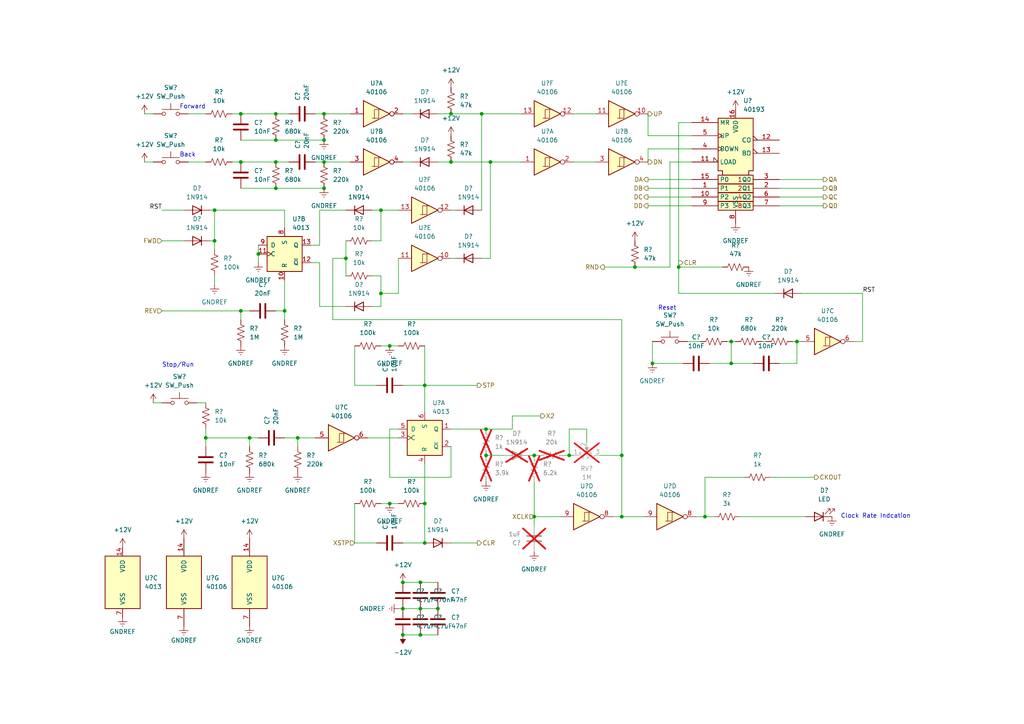
<source format=kicad_sch>
(kicad_sch (version 20230121) (generator eeschema)
  (paper "A4")
  (junction (at 110.49 60.96))
  (junction (at 189.23 105.41))
  (junction (at 140.97 132.08))
  (junction (at 72.39 127))
  (junction (at 62.23 60.96))
  (junction (at 140.97 124.46))
  (junction (at 80.01 40.64))
  (junction (at 231.14 99.06))
  (junction (at 127 176.53))
  (junction (at 212.09 99.06))
  (junction (at 80.01 33.02))
  (junction (at 142.24 46.99))
  (junction (at 196.85 77.47))
  (junction (at 113.03 146.05))
  (junction (at 93.98 40.64))
  (junction (at 130.81 46.99))
  (junction (at 204.47 149.86))
  (junction (at 184.15 77.47))
  (junction (at 123.19 146.05))
  (junction (at 212.09 105.41))
  (junction (at 180.34 132.08))
  (junction (at 121.92 176.53))
  (junction (at 154.94 132.08))
  (junction (at 86.36 127))
  (junction (at 110.49 85.09))
  (junction (at 69.85 46.99))
  (junction (at 130.81 33.02))
  (junction (at 121.92 168.91))
  (junction (at 113.03 100.33))
  (junction (at 123.19 111.76))
  (junction (at 59.69 127))
  (junction (at 69.85 90.17))
  (junction (at 93.98 54.61))
  (junction (at 116.84 168.91))
  (junction (at 116.84 176.53))
  (junction (at 121.92 184.15))
  (junction (at 165.1 132.08))
  (junction (at 139.7 33.02))
  (junction (at 62.23 69.85))
  (junction (at 100.33 74.93))
  (junction (at 82.55 90.17))
  (junction (at 154.94 149.86))
  (junction (at 74.93 73.66))
  (junction (at 69.85 33.02))
  (junction (at 116.84 184.15))
  (junction (at 93.98 46.99))
  (junction (at 80.01 54.61))
  (junction (at 180.34 149.86))
  (junction (at 93.98 33.02))
  (junction (at 123.19 157.48))
  (junction (at 80.01 46.99))
  (wire (pts (xy 200.66 35.56) (xy 196.85 35.56)))
  (wire (pts (xy 107.95 60.96) (xy 110.49 60.96)))
  (wire (pts (xy 165.1 124.46) (xy 165.1 132.08)))
  (wire (pts (xy 109.22 157.48) (xy 102.87 157.48)))
  (wire (pts (xy 116.84 157.48) (xy 123.19 157.48)))
  (wire (pts (xy 113.03 138.43) (xy 130.81 138.43)))
  (wire (pts (xy 250.19 99.06) (xy 247.65 99.06)))
  (wire (pts (xy 187.96 46.99) (xy 187.96 43.18)))
  (wire (pts (xy 154.94 132.08) (xy 153.67 132.08)))
  (wire (pts (xy 96.52 74.93) (xy 96.52 92.71)))
  (wire (pts (xy 80.01 90.17) (xy 82.55 90.17)))
  (wire (pts (xy 82.55 66.04) (xy 82.55 60.96)))
  (wire (pts (xy 59.69 127) (xy 72.39 127)))
  (wire (pts (xy 173.99 132.08) (xy 180.34 132.08)))
  (wire (pts (xy 212.09 99.06) (xy 213.36 99.06)))
  (wire (pts (xy 205.74 105.41) (xy 212.09 105.41)))
  (wire (pts (xy 115.57 74.93) (xy 115.57 85.09)))
  (wire (pts (xy 113.03 100.33) (xy 110.49 100.33)))
  (wire (pts (xy 130.81 138.43) (xy 130.81 129.54)))
  (wire (pts (xy 69.85 92.71) (xy 69.85 90.17)))
  (wire (pts (xy 110.49 85.09) (xy 110.49 88.9)))
  (wire (pts (xy 201.93 149.86) (xy 204.47 149.86)))
  (wire (pts (xy 102.87 111.76) (xy 102.87 100.33)))
  (wire (pts (xy 180.34 132.08) (xy 180.34 92.71)))
  (wire (pts (xy 57.15 116.84) (xy 59.69 116.84)))
  (wire (pts (xy 226.06 59.69) (xy 238.76 59.69)))
  (wire (pts (xy 123.19 111.76) (xy 138.43 111.76)))
  (wire (pts (xy 250.19 85.09) (xy 250.19 99.06)))
  (wire (pts (xy 46.99 69.85) (xy 53.34 69.85)))
  (wire (pts (xy 116.84 176.53) (xy 121.92 176.53)))
  (wire (pts (xy 163.83 132.08) (xy 165.1 132.08)))
  (wire (pts (xy 148.59 124.46) (xy 148.59 120.65)))
  (wire (pts (xy 46.99 60.96) (xy 53.34 60.96)))
  (wire (pts (xy 200.66 46.99) (xy 194.31 46.99)))
  (wire (pts (xy 207.01 149.86) (xy 204.47 149.86)))
  (wire (pts (xy 139.7 74.93) (xy 142.24 74.93)))
  (wire (pts (xy 93.98 46.99) (xy 101.6 46.99)))
  (wire (pts (xy 113.03 100.33) (xy 115.57 100.33)))
  (wire (pts (xy 90.17 71.12) (xy 92.71 71.12)))
  (wire (pts (xy 229.87 99.06) (xy 231.14 99.06)))
  (wire (pts (xy 62.23 69.85) (xy 60.96 69.85)))
  (wire (pts (xy 130.81 74.93) (xy 132.08 74.93)))
  (wire (pts (xy 130.81 60.96) (xy 132.08 60.96)))
  (wire (pts (xy 113.03 124.46) (xy 113.03 138.43)))
  (wire (pts (xy 54.61 33.02) (xy 59.69 33.02)))
  (wire (pts (xy 44.45 116.84) (xy 46.99 116.84)))
  (wire (pts (xy 107.95 69.85) (xy 110.49 69.85)))
  (wire (pts (xy 226.06 105.41) (xy 231.14 105.41)))
  (wire (pts (xy 96.52 92.71) (xy 180.34 92.71)))
  (wire (pts (xy 116.84 184.15) (xy 121.92 184.15)))
  (wire (pts (xy 100.33 69.85) (xy 100.33 74.93)))
  (wire (pts (xy 231.14 99.06) (xy 232.41 99.06)))
  (wire (pts (xy 116.84 111.76) (xy 123.19 111.76)))
  (wire (pts (xy 199.39 99.06) (xy 203.2 99.06)))
  (wire (pts (xy 196.85 35.56) (xy 196.85 77.47)))
  (wire (pts (xy 196.85 85.09) (xy 196.85 77.47)))
  (wire (pts (xy 113.03 146.05) (xy 115.57 146.05)))
  (wire (pts (xy 231.14 105.41) (xy 231.14 99.06)))
  (wire (pts (xy 224.79 85.09) (xy 196.85 85.09)))
  (wire (pts (xy 92.71 76.2) (xy 92.71 88.9)))
  (wire (pts (xy 139.7 33.02) (xy 139.7 60.96)))
  (wire (pts (xy 86.36 127) (xy 86.36 129.54)))
  (wire (pts (xy 67.31 46.99) (xy 69.85 46.99)))
  (wire (pts (xy 175.26 77.47) (xy 184.15 77.47)))
  (wire (pts (xy 226.06 54.61) (xy 238.76 54.61)))
  (wire (pts (xy 102.87 157.48) (xy 102.87 146.05)))
  (wire (pts (xy 91.44 46.99) (xy 93.98 46.99)))
  (wire (pts (xy 139.7 33.02) (xy 151.13 33.02)))
  (wire (pts (xy 140.97 124.46) (xy 148.59 124.46)))
  (wire (pts (xy 148.59 120.65) (xy 156.845 120.65)))
  (wire (pts (xy 115.57 124.46) (xy 113.03 124.46)))
  (wire (pts (xy 184.15 77.47) (xy 194.31 77.47)))
  (wire (pts (xy 110.49 80.01) (xy 110.49 85.09)))
  (wire (pts (xy 166.37 46.99) (xy 172.72 46.99)))
  (wire (pts (xy 116.84 168.91) (xy 121.92 168.91)))
  (wire (pts (xy 82.55 90.17) (xy 82.55 92.71)))
  (wire (pts (xy 127 33.02) (xy 130.81 33.02)))
  (wire (pts (xy 82.55 127) (xy 86.36 127)))
  (wire (pts (xy 154.94 149.86) (xy 162.56 149.86)))
  (wire (pts (xy 93.98 33.02) (xy 101.6 33.02)))
  (wire (pts (xy 204.47 149.86) (xy 204.47 138.43)))
  (wire (pts (xy 187.96 57.15) (xy 200.66 57.15)))
  (wire (pts (xy 189.23 105.41) (xy 198.12 105.41)))
  (wire (pts (xy 74.93 71.12) (xy 74.93 73.66)))
  (wire (pts (xy 110.49 60.96) (xy 110.49 69.85)))
  (wire (pts (xy 62.23 72.39) (xy 62.23 69.85)))
  (wire (pts (xy 204.47 138.43) (xy 215.9 138.43)))
  (wire (pts (xy 62.23 60.96) (xy 60.96 60.96)))
  (wire (pts (xy 72.39 127) (xy 72.39 129.54)))
  (wire (pts (xy 59.69 127) (xy 59.69 129.54)))
  (wire (pts (xy 156.21 132.08) (xy 154.94 132.08)))
  (wire (pts (xy 107.95 80.01) (xy 110.49 80.01)))
  (wire (pts (xy 154.94 149.86) (xy 154.94 152.4)))
  (wire (pts (xy 187.96 54.61) (xy 200.66 54.61)))
  (wire (pts (xy 142.24 46.99) (xy 142.24 74.93)))
  (wire (pts (xy 154.94 139.7) (xy 154.94 149.86)))
  (wire (pts (xy 110.49 60.96) (xy 115.57 60.96)))
  (wire (pts (xy 91.44 33.02) (xy 93.98 33.02)))
  (wire (pts (xy 170.18 128.27) (xy 170.18 124.46)))
  (wire (pts (xy 121.92 176.53) (xy 127 176.53)))
  (wire (pts (xy 123.19 111.76) (xy 123.19 100.33)))
  (wire (pts (xy 123.19 146.05) (xy 123.19 134.62)))
  (wire (pts (xy 130.81 124.46) (xy 140.97 124.46)))
  (wire (pts (xy 196.85 77.47) (xy 209.55 77.47)))
  (wire (pts (xy 121.92 168.91) (xy 127 168.91)))
  (wire (pts (xy 121.92 184.15) (xy 127 184.15)))
  (wire (pts (xy 109.22 111.76) (xy 102.87 111.76)))
  (wire (pts (xy 92.71 71.12) (xy 92.71 60.96)))
  (wire (pts (xy 80.01 40.64) (xy 93.98 40.64)))
  (wire (pts (xy 100.33 74.93) (xy 100.33 80.01)))
  (wire (pts (xy 115.57 176.53) (xy 116.84 176.53)))
  (wire (pts (xy 69.85 90.17) (xy 72.39 90.17)))
  (wire (pts (xy 69.85 40.64) (xy 80.01 40.64)))
  (wire (pts (xy 180.34 149.86) (xy 186.69 149.86)))
  (wire (pts (xy 187.96 59.69) (xy 200.66 59.69)))
  (wire (pts (xy 142.24 46.99) (xy 151.13 46.99)))
  (wire (pts (xy 92.71 60.96) (xy 100.33 60.96)))
  (wire (pts (xy 72.39 127) (xy 74.93 127)))
  (wire (pts (xy 82.55 60.96) (xy 62.23 60.96)))
  (wire (pts (xy 41.91 33.02) (xy 44.45 33.02)))
  (wire (pts (xy 130.81 46.99) (xy 142.24 46.99)))
  (wire (pts (xy 106.68 127) (xy 115.57 127)))
  (wire (pts (xy 223.52 138.43) (xy 236.22 138.43)))
  (wire (pts (xy 59.69 124.46) (xy 59.69 127)))
  (wire (pts (xy 69.85 46.99) (xy 80.01 46.99)))
  (wire (pts (xy 210.82 99.06) (xy 212.09 99.06)))
  (wire (pts (xy 232.41 85.09) (xy 250.19 85.09)))
  (wire (pts (xy 92.71 88.9) (xy 100.33 88.9)))
  (wire (pts (xy 82.55 81.28) (xy 82.55 90.17)))
  (wire (pts (xy 187.96 39.37) (xy 200.66 39.37)))
  (wire (pts (xy 177.8 149.86) (xy 180.34 149.86)))
  (wire (pts (xy 187.96 43.18) (xy 200.66 43.18)))
  (wire (pts (xy 115.57 85.09) (xy 110.49 85.09)))
  (wire (pts (xy 100.33 74.93) (xy 96.52 74.93)))
  (wire (pts (xy 80.01 54.61) (xy 93.98 54.61)))
  (wire (pts (xy 194.31 46.99) (xy 194.31 77.47)))
  (wire (pts (xy 113.03 146.05) (xy 110.49 146.05)))
  (wire (pts (xy 226.06 57.15) (xy 238.76 57.15)))
  (wire (pts (xy 46.99 90.17) (xy 69.85 90.17)))
  (wire (pts (xy 69.85 33.02) (xy 80.01 33.02)))
  (wire (pts (xy 123.19 157.48) (xy 123.19 146.05)))
  (wire (pts (xy 90.17 76.2) (xy 92.71 76.2)))
  (wire (pts (xy 116.84 33.02) (xy 119.38 33.02)))
  (wire (pts (xy 130.81 157.48) (xy 138.43 157.48)))
  (wire (pts (xy 189.23 99.06) (xy 189.23 105.41)))
  (wire (pts (xy 107.95 88.9) (xy 110.49 88.9)))
  (wire (pts (xy 166.37 33.02) (xy 172.72 33.02)))
  (wire (pts (xy 86.36 127) (xy 91.44 127)))
  (wire (pts (xy 54.61 46.99) (xy 59.69 46.99)))
  (wire (pts (xy 74.93 73.66) (xy 74.93 76.2)))
  (wire (pts (xy 212.09 105.41) (xy 218.44 105.41)))
  (wire (pts (xy 116.84 46.99) (xy 119.38 46.99)))
  (wire (pts (xy 127 46.99) (xy 130.81 46.99)))
  (wire (pts (xy 80.01 33.02) (xy 83.82 33.02)))
  (wire (pts (xy 187.96 52.07) (xy 200.66 52.07)))
  (wire (pts (xy 62.23 80.01) (xy 62.23 82.55)))
  (wire (pts (xy 41.91 46.99) (xy 44.45 46.99)))
  (wire (pts (xy 140.97 132.08) (xy 146.05 132.08)))
  (wire (pts (xy 180.34 132.08) (xy 180.34 149.86)))
  (wire (pts (xy 69.85 54.61) (xy 80.01 54.61)))
  (wire (pts (xy 123.19 119.38) (xy 123.19 111.76)))
  (wire (pts (xy 187.96 33.02) (xy 187.96 39.37)))
  (wire (pts (xy 139.7 33.02) (xy 130.81 33.02)))
  (wire (pts (xy 214.63 149.86) (xy 233.68 149.86)))
  (wire (pts (xy 165.1 132.08) (xy 166.37 132.08)))
  (wire (pts (xy 212.09 105.41) (xy 212.09 99.06)))
  (wire (pts (xy 226.06 52.07) (xy 238.76 52.07)))
  (wire (pts (xy 220.98 99.06) (xy 222.25 99.06)))
  (wire (pts (xy 62.23 69.85) (xy 62.23 60.96)))
  (wire (pts (xy 170.18 124.46) (xy 165.1 124.46)))
  (wire (pts (xy 80.01 46.99) (xy 83.82 46.99)))
  (wire (pts (xy 67.31 33.02) (xy 69.85 33.02)))
  (text "Reset" (at 196.215 90.17 0) (effects (font (size 1.27 1.27)) (justify right bottom)))
  (text "Clock Rate Indcation" (at 264.16 150.495 0) (effects (font (size 1.27 1.27)) (justify right bottom)))
  (text "Back" (at 52.07 45.72 0) (effects (font (size 1.27 1.27)) (justify left bottom)))
  (text "Stop/Run" (at 46.99 106.68 0) (effects (font (size 1.27 1.27)) (justify left bottom)))
  (text "Forward" (at 52.07 31.75 0) (effects (font (size 1.27 1.27)) (justify left bottom)))
  (label "RST" (at 250.19 85.09 0))
  (label "RST" (at 46.99 60.96 180))
  (hierarchical_label "QA" (shape output) (at 238.76 52.07 0))
  (hierarchical_label "CLR" (shape output) (at 196.85 76.2 0))
  (hierarchical_label "DN" (shape output) (at 187.96 46.99 0))
  (hierarchical_label "RND" (shape output) (at 175.26 77.47 180))
  (hierarchical_label "QD" (shape output) (at 238.76 59.69 0))
  (hierarchical_label "CKOUT" (shape output) (at 236.22 138.43 0))
  (hierarchical_label "DA" (shape output) (at 187.96 52.07 180))
  (hierarchical_label "XCLK" (shape input) (at 154.94 149.86 180))
  (hierarchical_label "DD" (shape output) (at 187.96 59.69 180))
  (hierarchical_label "UP" (shape output) (at 187.96 33.02 0))
  (hierarchical_label "DC" (shape output) (at 187.96 57.15 180))
  (hierarchical_label "REV" (shape input) (at 46.99 90.17 180))
  (hierarchical_label "FWD" (shape input) (at 46.99 69.85 180))
  (hierarchical_label "XSTP" (shape input) (at 102.87 157.48 180))
  (hierarchical_label "QC" (shape output) (at 238.76 57.15 0))
  (hierarchical_label "X2" (shape output) (at 156.845 120.65 0))
  (hierarchical_label "CLR" (shape output) (at 138.43 157.48 0))
  (hierarchical_label "DB" (shape output) (at 187.96 54.61 180))
  (hierarchical_label "STP" (shape output) (at 138.43 111.76 0))
  (hierarchical_label "QB" (shape output) (at 238.76 54.61 0))
  (symbol (lib_id "power:+12V") (at 213.36 31.75 0) (unit 1)
    (property "Reference" "#PWR?" (effects hide))
    (property "Value" "+12V" (at 213.36 26.67 0))
    (instances (project "AnalogTestBoard2" (path "" (reference "#PWR?") (unit 1))) (project "SynthProj" (path "" (reference "#PWR0249") (unit 1))))
  )
  (symbol (lib_id "power:GNDREF") (at 113.03 146.05 0) (unit 1)
    (property "Reference" "#PWR?" (effects hide))
    (property "Value" "GNDREF" (at 113.03 151.13 0))
    (instances (project "AnalogTestBoard2" (path "" (reference "#PWR?") (unit 1))) (project "SynthProj" (path "" (reference "#PWR0239") (unit 1))))
  )
  (symbol (lib_id "Switch:SW_Push") (at 52.07 116.84 0) (unit 1)
    (property "Reference" "SW?" (at 52.07 109.22 0))
    (property "Value" "SW_Push" (at 52.07 111.76 0))
    (instances (project "AnalogTestBoard2" (path "" (reference "SW?") (unit 1))) (project "SynthProj" (path "" (reference "SW26") (unit 1))))
  )
  (symbol (lib_id "power:GNDREF") (at 86.36 137.16 0) (unit 1)
    (property "Reference" "#PWR?" (effects hide))
    (property "Value" "GNDREF" (at 86.36 142.24 0))
    (instances (project "AnalogTestBoard2" (path "" (reference "#PWR?") (unit 1))) (project "SynthProj" (path "" (reference "#PWR0235") (unit 1))))
  )
  (symbol (lib_id "power:+12V") (at 184.15 69.85 0) (unit 1)
    (property "Reference" "#PWR?" (effects hide))
    (property "Value" "+12V" (at 184.15 64.77 0))
    (instances (project "AnalogTestBoard2" (path "" (reference "#PWR?") (unit 1))) (project "SynthProj" (path "" (reference "#PWR0247") (unit 1))))
  )
  (symbol (lib_id "Device:C") (at 127 180.34 0) (unit 1)
    (property "Reference" "C?" (at 130.81 179.07 0) (effects (justify left)))
    (property "Value" "47nF" (at 130.81 181.61 0) (effects (justify left)))
    (property "Footprint" "Capacitor_SMD:C_0603_1608Metric" (effects hide))
    (instances (project "AnalogTestBoard2" (path "" (reference "C?") (unit 1))) (project "SynthProj" (path "" (reference "C106") (unit 1))))
  )
  (symbol (lib_id "Device:R_US") (at 119.38 100.33 90) (unit 1)
    (property "Reference" "R?" (at 119.38 93.98 90))
    (property "Value" "100k" (at 119.38 96.52 90))
    (property "Footprint" "Resistor_SMD:R_0603_1608Metric" (effects hide))
    (instances (project "AnalogTestBoard2" (path "" (reference "R?") (unit 1))) (project "SynthProj" (path "" (reference "R192") (unit 1))))
  )
  (symbol (lib_id "Device:C") (at 116.84 180.34 0) (unit 1)
    (property "Reference" "C?" (at 120.65 179.07 0) (effects (justify left)))
    (property "Value" "4.7uF" (at 120.65 181.61 0) (effects (justify left)))
    (property "Footprint" "Capacitor_SMD:C_0805_2012Metric" (effects hide))
    (instances (project "AnalogTestBoard2" (path "" (reference "C?") (unit 1))) (project "SynthProj" (path "" (reference "C102") (unit 1))))
  )
  (symbol (lib_id "Device:D") (at 104.14 88.9 0) (unit 1)
    (property "Reference" "D?" (at 104.14 82.55 0))
    (property "Value" "1N914" (at 104.14 85.09 0))
    (property "Footprint" "Diode_SMD:D_SOD-323F" (effects hide))
    (property "Sim.Device" "D" (effects hide))
    (property "Sim.Pins" "1=K 2=A" (effects hide))
    (instances (project "AnalogTestBoard2" (path "" (reference "D?") (unit 1))) (project "SynthProj" (path "" (reference "D37") (unit 1))))
  )
  (symbol (lib_id "Device:C") (at 222.25 105.41 270) (unit 1)
    (property "Reference" "C?" (at 222.25 97.79 90))
    (property "Value" "10nF" (at 222.25 100.33 90))
    (property "Footprint" "Capacitor_SMD:C_0603_1608Metric" (effects hide))
    (instances (project "AnalogTestBoard2" (path "" (reference "C?") (unit 1))) (project "SynthProj" (path "" (reference "C109") (unit 1))))
  )
  (symbol (lib_id "Device:R_US") (at 63.5 46.99 90) (unit 1)
    (property "Reference" "R?" (at 63.5 40.64 90))
    (property "Value" "10k" (at 63.5 43.18 90))
    (property "Footprint" "Resistor_SMD:R_0603_1608Metric" (effects hide))
    (instances (project "AnalogTestBoard2" (path "" (reference "R?") (unit 1))) (project "SynthProj" (path "" (reference "R179") (unit 1))))
  )
  (symbol (lib_id "Device:R_US") (at 86.36 133.35 180) (unit 1)
    (property "Reference" "R?" (at 88.9 132.08 0) (effects (justify right)))
    (property "Value" "220k" (at 88.9 134.62 0) (effects (justify right)))
    (property "Footprint" "Resistor_SMD:R_0603_1608Metric" (effects hide))
    (instances (project "AnalogTestBoard2" (path "" (reference "R?") (unit 1))) (project "SynthProj" (path "" (reference "R185") (unit 1))))
  )
  (symbol (lib_id "Device:R_US") (at 63.5 33.02 90) (unit 1)
    (property "Reference" "R?" (at 63.5 26.67 90))
    (property "Value" "10k" (at 63.5 29.21 90))
    (property "Footprint" "Resistor_SMD:R_0603_1608Metric" (effects hide))
    (instances (project "AnalogTestBoard2" (path "" (reference "R?") (unit 1))) (project "SynthProj" (path "" (reference "R178") (unit 1))))
  )
  (symbol (lib_id "4xxx:40106") (at 240.03 99.06 0) (unit 3)
    (property "Reference" "U?" (at 240.03 90.17 0))
    (property "Value" "40106" (at 240.03 92.71 0))
    (property "Footprint" "Package_SO:SOIC-14_3.9x8.7mm_P1.27mm" (effects hide))
    (property "Datasheet" "https://assets.nexperia.com/documents/data-sheet/HEF40106B.pdf" (effects hide))
    (instances (project "AnalogTestBoard2" (path "" (reference "U?") (unit 3))) (project "SynthProj" (path "" (reference "U19") (unit 3))))
  )
  (symbol (lib_id "Device:D") (at 57.15 69.85 180) (unit 1)
    (property "Reference" "D?" (at 57.15 63.5 0))
    (property "Value" "1N914" (at 57.15 66.04 0))
    (property "Footprint" "Diode_SMD:D_SOD-323F" (effects hide))
    (property "Sim.Device" "D" (effects hide))
    (property "Sim.Pins" "1=K 2=A" (effects hide))
    (instances (project "AnalogTestBoard2" (path "" (reference "D?") (unit 1))) (project "SynthProj" (path "" (reference "D35") (unit 1))))
  )
  (symbol (lib_id "Device:R_Potentiometer_US") (at 170.18 132.08 90) (unit 1) (dnp yes)
    (property "Reference" "RV?" (at 170.18 135.89 90))
    (property "Value" "1M" (at 170.18 138.43 90))
    (property "Footprint" "Potentiometer_THT:Potentiometer_Alps_RK09K_Single_Vertical" (effects hide))
    (instances (project "AnalogTestBoard2" (path "" (reference "RV?") (unit 1))) (project "SynthProj" (path "" (reference "RV40") (unit 1))))
  )
  (symbol (lib_id "power:GNDREF") (at 113.03 100.33 0) (unit 1)
    (property "Reference" "#PWR?" (effects hide))
    (property "Value" "GNDREF" (at 113.03 105.41 0))
    (instances (project "AnalogTestBoard2" (path "" (reference "#PWR?") (unit 1))) (project "SynthProj" (path "" (reference "#PWR0238") (unit 1))))
  )
  (symbol (lib_id "4xxx:40106") (at 180.34 33.02 0) (unit 5)
    (property "Reference" "U?" (at 180.34 24.13 0))
    (property "Value" "40106" (at 180.34 26.67 0))
    (property "Footprint" "Package_SO:SOIC-14_3.9x8.7mm_P1.27mm" (effects hide))
    (property "Datasheet" "https://assets.nexperia.com/documents/data-sheet/HEF40106B.pdf" (effects hide))
    (instances (project "AnalogTestBoard2" (path "" (reference "U?") (unit 5))) (project "SynthProj" (path "" (reference "U19") (unit 5))))
  )
  (symbol (lib_id "Device:C") (at 78.74 127 90) (unit 1)
    (property "Reference" "C?" (at 77.47 123.19 0) (effects (justify left)))
    (property "Value" "20nF" (at 80.01 123.19 0) (effects (justify left)))
    (property "Footprint" "Capacitor_SMD:C_0603_1608Metric" (effects hide))
    (instances (project "AnalogTestBoard2" (path "" (reference "C?") (unit 1))) (project "SynthProj" (path "" (reference "C96") (unit 1))))
  )
  (symbol (lib_id "Device:R_US") (at 184.15 73.66 180) (unit 1)
    (property "Reference" "R?" (at 186.69 72.39 0) (effects (justify right)))
    (property "Value" "47k" (at 186.69 74.93 0) (effects (justify right)))
    (property "Footprint" "Resistor_SMD:R_0603_1608Metric" (effects hide))
    (instances (project "AnalogTestBoard2" (path "" (reference "R?") (unit 1))) (project "SynthProj" (path "" (reference "R200") (unit 1))))
  )
  (symbol (lib_id "power:+12V") (at 116.84 168.91 0) (unit 1)
    (property "Reference" "#PWR?" (effects hide))
    (property "Value" "+12V" (at 116.84 163.83 0))
    (instances (project "AnalogTestBoard2" (path "" (reference "#PWR?") (unit 1))) (project "SynthProj" (path "" (reference "#PWR0241") (unit 1))))
  )
  (symbol (lib_id "Device:R_US") (at 217.17 99.06 270) (unit 1)
    (property "Reference" "R?" (at 217.17 92.71 90))
    (property "Value" "680k" (at 217.17 95.25 90))
    (property "Footprint" "Resistor_SMD:R_0603_1608Metric" (effects hide))
    (instances (project "AnalogTestBoard2" (path "" (reference "R?") (unit 1))) (project "SynthProj" (path "" (reference "R204") (unit 1))))
  )
  (symbol (lib_id "Device:C") (at 201.93 105.41 270) (unit 1)
    (property "Reference" "C?" (at 201.93 97.79 90))
    (property "Value" "10nF" (at 201.93 100.33 90))
    (property "Footprint" "Capacitor_SMD:C_0603_1608Metric" (effects hide))
    (instances (project "AnalogTestBoard2" (path "" (reference "C?") (unit 1))) (project "SynthProj" (path "" (reference "C108") (unit 1))))
  )
  (symbol (lib_id "Device:R_US") (at 219.71 138.43 270) (unit 1)
    (property "Reference" "R?" (at 219.71 132.08 90))
    (property "Value" "1k" (at 219.71 134.62 90))
    (property "Footprint" "Resistor_SMD:R_0603_1608Metric" (effects hide))
    (instances (project "AnalogTestBoard2" (path "" (reference "R?") (unit 1))) (project "SynthProj" (path "" (reference "R205") (unit 1))))
  )
  (symbol (lib_id "Device:LED") (at 237.49 149.86 180) (unit 1)
    (property "Reference" "D?" (at 239.0775 142.24 0))
    (property "Value" "LED" (at 239.0775 144.78 0))
    (property "Footprint" "LED_SMD:LED_0805_2012Metric" (effects hide))
    (instances (project "AnalogTestBoard2" (path "" (reference "D?") (unit 1))) (project "SynthProj" (path "" (reference "D45") (unit 1))))
  )
  (symbol (lib_id "Device:R_US") (at 106.68 146.05 90) (unit 1)
    (property "Reference" "R?" (at 106.68 139.7 90))
    (property "Value" "100k" (at 106.68 142.24 90))
    (property "Footprint" "Resistor_SMD:R_0603_1608Metric" (effects hide))
    (instances (project "AnalogTestBoard2" (path "" (reference "R?") (unit 1))) (project "SynthProj" (path "" (reference "R191") (unit 1))))
  )
  (symbol (lib_id "Device:R_US") (at 213.36 77.47 270) (unit 1)
    (property "Reference" "R?" (at 213.36 71.12 90))
    (property "Value" "47k" (at 213.36 73.66 90))
    (property "Footprint" "Resistor_SMD:R_0603_1608Metric" (effects hide))
    (instances (project "AnalogTestBoard2" (path "" (reference "R?") (unit 1))) (project "SynthProj" (path "" (reference "R203") (unit 1))))
  )
  (symbol (lib_id "4xxx:40106") (at 123.19 74.93 0) (unit 5)
    (property "Reference" "U?" (at 123.19 66.04 0))
    (property "Value" "40106" (at 123.19 68.58 0))
    (property "Footprint" "Package_SO:SOIC-14_3.9x8.7mm_P1.27mm" (effects hide))
    (property "Datasheet" "https://assets.nexperia.com/documents/data-sheet/HEF40106B.pdf" (effects hide))
    (instances (project "AnalogTestBoard2" (path "" (reference "U?") (unit 5))) (project "SynthProj" (path "" (reference "U18") (unit 5))))
  )
  (symbol (lib_id "power:GNDREF") (at 93.98 40.64 0) (unit 1)
    (property "Reference" "#PWR?" (effects hide))
    (property "Value" "GNDREF" (at 93.98 45.72 0))
    (instances (project "AnalogTestBoard2" (path "" (reference "#PWR?") (unit 1))) (project "SynthProj" (path "" (reference "#PWR0236") (unit 1))))
  )
  (symbol (lib_id "Device:R_US") (at 93.98 50.8 180) (unit 1)
    (property "Reference" "R?" (at 96.52 49.53 0) (effects (justify right)))
    (property "Value" "220k" (at 96.52 52.07 0) (effects (justify right)))
    (property "Footprint" "Resistor_SMD:R_0603_1608Metric" (effects hide))
    (instances (project "AnalogTestBoard2" (path "" (reference "R?") (unit 1))) (project "SynthProj" (path "" (reference "R187") (unit 1))))
  )
  (symbol (lib_id "power:+12V") (at 130.81 25.4 0) (unit 1)
    (property "Reference" "#PWR?" (effects hide))
    (property "Value" "+12V" (at 130.81 20.32 0))
    (instances (project "AnalogTestBoard2" (path "" (reference "#PWR?") (unit 1))) (project "SynthProj" (path "" (reference "#PWR0243") (unit 1))))
  )
  (symbol (lib_id "Device:C") (at 116.84 172.72 0) (unit 1)
    (property "Reference" "C?" (at 120.65 171.45 0) (effects (justify left)))
    (property "Value" "4.7uF" (at 120.65 173.99 0) (effects (justify left)))
    (property "Footprint" "Capacitor_SMD:C_0805_2012Metric" (effects hide))
    (instances (project "AnalogTestBoard2" (path "" (reference "C?") (unit 1))) (project "SynthProj" (path "" (reference "C101") (unit 1))))
  )
  (symbol (lib_id "power:GNDREF") (at 72.39 181.61 0) (unit 1)
    (property "Reference" "#PWR?" (effects hide))
    (property "Value" "GNDREF" (at 72.39 185.7431 0))
    (instances (project "AnalogTestBoard2" (path "" (reference "#PWR?") (unit 1))) (project "SynthProj" (path "" (reference "#PWR0232") (unit 1))))
  )
  (symbol (lib_id "Switch:SW_Push") (at 194.31 99.06 0) (unit 1)
    (property "Reference" "SW?" (at 194.31 91.44 0))
    (property "Value" "SW_Push" (at 194.31 93.98 0))
    (instances (project "AnalogTestBoard2" (path "" (reference "SW?") (unit 1))) (project "SynthProj" (path "" (reference "SW27") (unit 1))))
  )
  (symbol (lib_id "Device:R_US") (at 93.98 36.83 180) (unit 1)
    (property "Reference" "R?" (at 96.52 35.56 0) (effects (justify right)))
    (property "Value" "220k" (at 96.52 38.1 0) (effects (justify right)))
    (property "Footprint" "Resistor_SMD:R_0603_1608Metric" (effects hide))
    (instances (project "AnalogTestBoard2" (path "" (reference "R?") (unit 1))) (project "SynthProj" (path "" (reference "R186") (unit 1))))
  )
  (symbol (lib_id "Device:C") (at 113.03 157.48 90) (unit 1)
    (property "Reference" "C?" (at 111.76 153.67 0) (effects (justify left)))
    (property "Value" "10nF" (at 114.3 153.67 0) (effects (justify left)))
    (property "Footprint" "Capacitor_SMD:C_0603_1608Metric" (effects hide))
    (instances (project "AnalogTestBoard2" (path "" (reference "C?") (unit 1))) (project "SynthProj" (path "" (reference "C100") (unit 1))))
  )
  (symbol (lib_id "Device:C") (at 69.85 50.8 0) (unit 1)
    (property "Reference" "C?" (at 73.66 49.53 0) (effects (justify left)))
    (property "Value" "10nF" (at 73.66 52.07 0) (effects (justify left)))
    (property "Footprint" "Capacitor_SMD:C_0603_1608Metric" (effects hide))
    (instances (project "AnalogTestBoard2" (path "" (reference "C?") (unit 1))) (project "SynthProj" (path "" (reference "C94") (unit 1))))
  )
  (symbol (lib_id "power:GNDREF") (at 213.36 64.77 0) (unit 1)
    (property "Reference" "#PWR?" (effects hide))
    (property "Value" "GNDREF" (at 213.36 69.85 0))
    (instances (project "AnalogTestBoard2" (path "" (reference "#PWR?") (unit 1))) (project "SynthProj" (path "" (reference "#PWR0250") (unit 1))))
  )
  (symbol (lib_id "Device:C") (at 113.03 111.76 90) (unit 1)
    (property "Reference" "C?" (at 111.76 107.95 0) (effects (justify left)))
    (property "Value" "10nF" (at 114.3 107.95 0) (effects (justify left)))
    (property "Footprint" "Capacitor_SMD:C_0603_1608Metric" (effects hide))
    (instances (project "AnalogTestBoard2" (path "" (reference "C?") (unit 1))) (project "SynthProj" (path "" (reference "C99") (unit 1))))
  )
  (symbol (lib_id "power:GNDREF") (at 59.69 137.16 0) (unit 1)
    (property "Reference" "#PWR?" (effects hide))
    (property "Value" "GNDREF" (at 59.69 142.24 0))
    (instances (project "AnalogTestBoard2" (path "" (reference "#PWR?") (unit 1))) (project "SynthProj" (path "" (reference "#PWR0227") (unit 1))))
  )
  (symbol (lib_id "4xxx:40106") (at 194.31 149.86 0) (unit 4)
    (property "Reference" "U?" (at 194.31 140.97 0))
    (property "Value" "40106" (at 194.31 143.51 0))
    (property "Footprint" "Package_SO:SOIC-14_3.9x8.7mm_P1.27mm" (effects hide))
    (property "Datasheet" "https://assets.nexperia.com/documents/data-sheet/HEF40106B.pdf" (effects hide))
    (instances (project "AnalogTestBoard2" (path "" (reference "U?") (unit 4))) (project "SynthProj" (path "" (reference "U19") (unit 4))))
  )
  (symbol (lib_id "power:GNDREF") (at 140.97 139.7 0) (unit 1)
    (property "Reference" "#PWR?" (effects hide))
    (property "Value" "GNDREF" (at 140.97 144.78 0))
    (instances (project "AnalogTestBoard2" (path "" (reference "#PWR?") (unit 1))) (project "SynthProj" (path "" (reference "#PWR0245") (unit 1))))
  )
  (symbol (lib_id "Device:R_US") (at 104.14 69.85 90) (unit 1)
    (property "Reference" "R?" (at 104.14 63.5 90))
    (property "Value" "10k" (at 104.14 66.04 90))
    (property "Footprint" "Resistor_SMD:R_0603_1608Metric" (effects hide))
    (instances (project "AnalogTestBoard2" (path "" (reference "R?") (unit 1))) (project "SynthProj" (path "" (reference "R188") (unit 1))))
  )
  (symbol (lib_id "power:GNDREF") (at 154.94 160.02 0) (unit 1)
    (property "Reference" "#PWR?" (effects hide))
    (property "Value" "GNDREF" (at 154.94 165.1 0))
    (instances (project "AnalogTestBoard2" (path "" (reference "#PWR?") (unit 1))) (project "SynthProj" (path "" (reference "#PWR0246") (unit 1))))
  )
  (symbol (lib_id "Device:R_US") (at 140.97 135.89 180) (unit 1) (dnp yes)
    (property "Reference" "R?" (at 143.51 134.62 0) (effects (justify right)))
    (property "Value" "3.9k" (at 143.51 137.16 0) (effects (justify right)))
    (property "Footprint" "Resistor_SMD:R_0603_1608Metric" (effects hide))
    (instances (project "AnalogTestBoard2" (path "" (reference "R?") (unit 1))) (project "SynthProj" (path "" (reference "R197") (unit 1))))
  )
  (symbol (lib_id "Device:D") (at 123.19 46.99 0) (unit 1)
    (property "Reference" "D?" (at 123.19 40.64 0))
    (property "Value" "1N914" (at 123.19 43.18 0))
    (property "Footprint" "Diode_SMD:D_SOD-323F" (effects hide))
    (property "Sim.Device" "D" (effects hide))
    (property "Sim.Pins" "1=K 2=A" (effects hide))
    (instances (project "AnalogTestBoard2" (path "" (reference "D?") (unit 1))) (project "SynthProj" (path "" (reference "D39") (unit 1))))
  )
  (symbol (lib_id "Device:R_US") (at 226.06 99.06 270) (unit 1)
    (property "Reference" "R?" (at 226.06 92.71 90))
    (property "Value" "220k" (at 226.06 95.25 90))
    (property "Footprint" "Resistor_SMD:R_0603_1608Metric" (effects hide))
    (instances (project "AnalogTestBoard2" (path "" (reference "R?") (unit 1))) (project "SynthProj" (path "" (reference "R206") (unit 1))))
  )
  (symbol (lib_id "power:GNDREF") (at 74.93 76.2 0) (unit 1)
    (property "Reference" "#PWR?" (effects hide))
    (property "Value" "GNDREF" (at 74.93 81.28 0))
    (instances (project "AnalogTestBoard2" (path "" (reference "#PWR?") (unit 1))) (project "SynthProj" (path "" (reference "#PWR0233") (unit 1))))
  )
  (symbol (lib_id "Device:C") (at 154.94 156.21 180) (unit 1) (dnp yes)
    (property "Reference" "C?" (at 151.13 157.48 0) (effects (justify left)))
    (property "Value" "1uF" (at 151.13 154.94 0) (effects (justify left)))
    (property "Footprint" "Capacitor_SMD:C_0805_2012Metric" (effects hide))
    (instances (project "AnalogTestBoard2" (path "" (reference "C?") (unit 1))) (project "SynthProj" (path "" (reference "C107") (unit 1))))
  )
  (symbol (lib_id "Device:R_US") (at 104.14 80.01 90) (unit 1)
    (property "Reference" "R?" (at 104.14 73.66 90))
    (property "Value" "10k" (at 104.14 76.2 90))
    (property "Footprint" "Resistor_SMD:R_0603_1608Metric" (effects hide))
    (instances (project "AnalogTestBoard2" (path "" (reference "R?") (unit 1))) (project "SynthProj" (path "" (reference "R189") (unit 1))))
  )
  (symbol (lib_id "Device:D") (at 135.89 60.96 0) (unit 1)
    (property "Reference" "D?" (at 135.89 54.61 0))
    (property "Value" "1N914" (at 135.89 57.15 0))
    (property "Footprint" "Diode_SMD:D_SOD-323F" (effects hide))
    (property "Sim.Device" "D" (effects hide))
    (property "Sim.Pins" "1=K 2=A" (effects hide))
    (instances (project "AnalogTestBoard2" (path "" (reference "D?") (unit 1))) (project "SynthProj" (path "" (reference "D41") (unit 1))))
  )
  (symbol (lib_id "Device:R_US") (at 82.55 96.52 180) (unit 1)
    (property "Reference" "R?" (at 85.09 95.25 0) (effects (justify right)))
    (property "Value" "1M" (at 85.09 97.79 0) (effects (justify right)))
    (property "Footprint" "Resistor_SMD:R_0603_1608Metric" (effects hide))
    (instances (project "AnalogTestBoard2" (path "" (reference "R?") (unit 1))) (project "SynthProj" (path "" (reference "R184") (unit 1))))
  )
  (symbol (lib_id "power:+12V") (at 130.81 39.37 0) (unit 1)
    (property "Reference" "#PWR?" (effects hide))
    (property "Value" "+12V" (at 130.81 34.29 0))
    (instances (project "AnalogTestBoard2" (path "" (reference "#PWR?") (unit 1))) (project "SynthProj" (path "" (reference "#PWR0244") (unit 1))))
  )
  (symbol (lib_id "Device:R_US") (at 119.38 146.05 90) (unit 1)
    (property "Reference" "R?" (at 119.38 139.7 90))
    (property "Value" "100k" (at 119.38 142.24 90))
    (property "Footprint" "Resistor_SMD:R_0603_1608Metric" (effects hide))
    (instances (project "AnalogTestBoard2" (path "" (reference "R?") (unit 1))) (project "SynthProj" (path "" (reference "R193") (unit 1))))
  )
  (symbol (lib_id "power:-12V") (at 116.84 184.15 180) (unit 1)
    (property "Reference" "#PWR?" (effects hide))
    (property "Value" "-12V" (at 116.84 189.23 0))
    (instances (project "AnalogTestBoard2" (path "" (reference "#PWR?") (unit 1))) (project "SynthProj" (path "" (reference "#PWR0242") (unit 1))))
  )
  (symbol (lib_id "Device:R_US") (at 106.68 100.33 90) (unit 1)
    (property "Reference" "R?" (at 106.68 93.98 90))
    (property "Value" "100k" (at 106.68 96.52 90))
    (property "Footprint" "Resistor_SMD:R_0603_1608Metric" (effects hide))
    (instances (project "AnalogTestBoard2" (path "" (reference "R?") (unit 1))) (project "SynthProj" (path "" (reference "R190") (unit 1))))
  )
  (symbol (lib_id "Device:R_US") (at 72.39 133.35 180) (unit 1)
    (property "Reference" "R?" (at 74.93 132.08 0) (effects (justify right)))
    (property "Value" "680k" (at 74.93 134.62 0) (effects (justify right)))
    (property "Footprint" "Resistor_SMD:R_0603_1608Metric" (effects hide))
    (instances (project "AnalogTestBoard2" (path "" (reference "R?") (unit 1))) (project "SynthProj" (path "" (reference "R181") (unit 1))))
  )
  (symbol (lib_id "Device:R_US") (at 140.97 128.27 180) (unit 1) (dnp yes)
    (property "Reference" "R?" (at 143.51 127 0) (effects (justify right)))
    (property "Value" "1k" (at 143.51 129.54 0) (effects (justify right)))
    (property "Footprint" "Resistor_SMD:R_0603_1608Metric" (effects hide))
    (instances (project "AnalogTestBoard2" (path "" (reference "R?") (unit 1))) (project "SynthProj" (path "" (reference "R196") (unit 1))))
  )
  (symbol (lib_id "4xxx:4013") (at 35.56 168.91 0) (unit 3)
    (property "Reference" "U?" (at 41.91 167.64 0) (effects (justify left)))
    (property "Value" "4013" (at 41.91 170.18 0) (effects (justify left)))
    (property "Footprint" "Package_SO:SOIC-14_3.9x8.7mm_P1.27mm" (effects hide))
    (property "Datasheet" "http://www.onsemi.com/pub/Collateral/MC14013B-D.PDF" (effects hide))
    (instances (project "AnalogTestBoard2" (path "" (reference "U?") (unit 3))) (project "SynthProj" (path "" (reference "U17") (unit 3))))
  )
  (symbol (lib_id "Device:D") (at 57.15 60.96 180) (unit 1)
    (property "Reference" "D?" (at 57.15 54.61 0))
    (property "Value" "1N914" (at 57.15 57.15 0))
    (property "Footprint" "Diode_SMD:D_SOD-323F" (effects hide))
    (property "Sim.Device" "D" (effects hide))
    (property "Sim.Pins" "1=K 2=A" (effects hide))
    (instances (project "AnalogTestBoard2" (path "" (reference "D?") (unit 1))) (project "SynthProj" (path "" (reference "D34") (unit 1))))
  )
  (symbol (lib_id "power:+12V") (at 44.45 116.84 0) (unit 1)
    (property "Reference" "#PWR?" (effects hide))
    (property "Value" "+12V" (at 44.45 111.76 0))
    (instances (project "AnalogTestBoard2" (path "" (reference "#PWR?") (unit 1))) (project "SynthProj" (path "" (reference "#PWR0224") (unit 1))))
  )
  (symbol (lib_id "4xxx_IEEE:40193") (at 213.36 44.45 0) (unit 1)
    (property "Reference" "U?" (at 215.5541 29.21 0) (effects (justify left)))
    (property "Value" "40193" (at 215.5541 31.75 0) (effects (justify left)))
    (property "Footprint" "Package_SO:SOIC-16W_5.3x10.2mm_P1.27mm" (effects hide))
    (instances (project "AnalogTestBoard2" (path "" (reference "U?") (unit 1))) (project "SynthProj" (path "" (reference "U20") (unit 1))))
  )
  (symbol (lib_id "Device:R_US") (at 69.85 96.52 180) (unit 1)
    (property "Reference" "R?" (at 72.39 95.25 0) (effects (justify right)))
    (property "Value" "1M" (at 72.39 97.79 0) (effects (justify right)))
    (property "Footprint" "Resistor_SMD:R_0603_1608Metric" (effects hide))
    (instances (project "AnalogTestBoard2" (path "" (reference "R?") (unit 1))) (project "SynthProj" (path "" (reference "R180") (unit 1))))
  )
  (symbol (lib_id "4xxx:40106") (at 109.22 46.99 0) (unit 2)
    (property "Reference" "U?" (at 109.22 38.1 0))
    (property "Value" "40106" (at 109.22 40.64 0))
    (property "Footprint" "Package_SO:SOIC-14_3.9x8.7mm_P1.27mm" (effects hide))
    (property "Datasheet" "https://assets.nexperia.com/documents/data-sheet/HEF40106B.pdf" (effects hide))
    (instances (project "AnalogTestBoard2" (path "" (reference "U?") (unit 2))) (project "SynthProj" (path "" (reference "U18") (unit 2))))
  )
  (symbol (lib_id "Device:D") (at 127 157.48 180) (unit 1)
    (property "Reference" "D?" (at 127 151.13 0))
    (property "Value" "1N914" (at 127 153.67 0))
    (property "Footprint" "Diode_SMD:D_SOD-323F" (effects hide))
    (property "Sim.Device" "D" (effects hide))
    (property "Sim.Pins" "1=K 2=A" (effects hide))
    (instances (project "AnalogTestBoard2" (path "" (reference "D?") (unit 1))) (project "SynthProj" (path "" (reference "D40") (unit 1))))
  )
  (symbol (lib_id "power:GNDREF") (at 72.39 137.16 0) (unit 1)
    (property "Reference" "#PWR?" (effects hide))
    (property "Value" "GNDREF" (at 72.39 142.24 0))
    (instances (project "AnalogTestBoard2" (path "" (reference "#PWR?") (unit 1))) (project "SynthProj" (path "" (reference "#PWR0230") (unit 1))))
  )
  (symbol (lib_id "4xxx:40106") (at 180.34 46.99 0) (unit 2)
    (property "Reference" "U?" (at 180.34 38.1 0))
    (property "Value" "40106" (at 180.34 40.64 0))
    (property "Footprint" "Package_SO:SOIC-14_3.9x8.7mm_P1.27mm" (effects hide))
    (property "Datasheet" "https://assets.nexperia.com/documents/data-sheet/HEF40106B.pdf" (effects hide))
    (instances (project "AnalogTestBoard2" (path "" (reference "U?") (unit 2))) (project "SynthProj" (path "" (reference "U19") (unit 2))))
  )
  (symbol (lib_id "Device:R_US") (at 160.02 132.08 270) (unit 1) (dnp yes)
    (property "Reference" "R?" (at 160.02 125.73 90))
    (property "Value" "20k" (at 160.02 128.27 90))
    (property "Footprint" "Resistor_SMD:R_0603_1608Metric" (effects hide))
    (instances (project "AnalogTestBoard2" (path "" (reference "R?") (unit 1))) (project "SynthProj" (path "" (reference "R199") (unit 1))))
  )
  (symbol (lib_id "Device:D") (at 135.89 74.93 0) (unit 1)
    (property "Reference" "D?" (at 135.89 68.58 0))
    (property "Value" "1N914" (at 135.89 71.12 0))
    (property "Footprint" "Diode_SMD:D_SOD-323F" (effects hide))
    (property "Sim.Device" "D" (effects hide))
    (property "Sim.Pins" "1=K 2=A" (effects hide))
    (instances (project "AnalogTestBoard2" (path "" (reference "D?") (unit 1))) (project "SynthProj" (path "" (reference "D42") (unit 1))))
  )
  (symbol (lib_id "power:GNDREF") (at 53.34 181.61 0) (unit 1)
    (property "Reference" "#PWR?" (effects hide))
    (property "Value" "GNDREF" (at 53.34 185.7431 0))
    (instances (project "AnalogTestBoard2" (path "" (reference "#PWR?") (unit 1))) (project "SynthProj" (path "" (reference "#PWR0226") (unit 1))))
  )
  (symbol (lib_id "power:GNDREF") (at 93.98 54.61 0) (unit 1)
    (property "Reference" "#PWR?" (effects hide))
    (property "Value" "GNDREF" (at 93.98 59.69 0))
    (instances (project "AnalogTestBoard2" (path "" (reference "#PWR?") (unit 1))) (project "SynthProj" (path "" (reference "#PWR0237") (unit 1))))
  )
  (symbol (lib_id "4xxx:40106") (at 53.34 168.91 0) (unit 7)
    (property "Reference" "U?" (at 59.69 167.64 0) (effects (justify left)))
    (property "Value" "40106" (at 59.69 170.18 0) (effects (justify left)))
    (property "Footprint" "Package_SO:SOIC-14_3.9x8.7mm_P1.27mm" (effects hide))
    (property "Datasheet" "https://assets.nexperia.com/documents/data-sheet/HEF40106B.pdf" (effects hide))
    (instances (project "AnalogTestBoard2" (path "" (reference "U?") (unit 7))) (project "SynthProj" (path "" (reference "U18") (unit 7))))
  )
  (symbol (lib_id "Device:R_US") (at 80.01 36.83 180) (unit 1)
    (property "Reference" "R?" (at 82.55 35.56 0) (effects (justify right)))
    (property "Value" "680k" (at 82.55 38.1 0) (effects (justify right)))
    (property "Footprint" "Resistor_SMD:R_0603_1608Metric" (effects hide))
    (instances (project "AnalogTestBoard2" (path "" (reference "R?") (unit 1))) (project "SynthProj" (path "" (reference "R182") (unit 1))))
  )
  (symbol (lib_id "power:GNDREF") (at 35.56 179.07 0) (unit 1)
    (property "Reference" "#PWR?" (effects hide))
    (property "Value" "GNDREF" (at 35.56 183.2031 0))
    (instances (project "AnalogTestBoard2" (path "" (reference "#PWR?") (unit 1))) (project "SynthProj" (path "" (reference "#PWR0221") (unit 1))))
  )
  (symbol (lib_id "Device:R_US") (at 62.23 76.2 180) (unit 1)
    (property "Reference" "R?" (at 64.77 74.93 0) (effects (justify right)))
    (property "Value" "100k" (at 64.77 77.47 0) (effects (justify right)))
    (property "Footprint" "Resistor_SMD:R_0603_1608Metric" (effects hide))
    (instances (project "AnalogTestBoard2" (path "" (reference "R?") (unit 1))) (project "SynthProj" (path "" (reference "R177") (unit 1))))
  )
  (symbol (lib_id "Device:R_US") (at 130.81 29.21 0) (unit 1)
    (property "Reference" "R?" (at 133.35 27.94 0) (effects (justify left)))
    (property "Value" "47k" (at 133.35 30.48 0) (effects (justify left)))
    (property "Footprint" "Resistor_SMD:R_0603_1608Metric" (effects hide))
    (instances (project "AnalogTestBoard2" (path "" (reference "R?") (unit 1))) (project "SynthProj" (path "" (reference "R194") (unit 1))))
  )
  (symbol (lib_id "Device:C") (at 127 172.72 0) (unit 1)
    (property "Reference" "C?" (at 130.81 171.45 0) (effects (justify left)))
    (property "Value" "47nF" (at 130.81 173.99 0) (effects (justify left)))
    (property "Footprint" "Capacitor_SMD:C_0603_1608Metric" (effects hide))
    (instances (project "AnalogTestBoard2" (path "" (reference "C?") (unit 1))) (project "SynthProj" (path "" (reference "C105") (unit 1))))
  )
  (symbol (lib_id "Device:D") (at 149.86 132.08 180) (unit 1) (dnp yes)
    (property "Reference" "D?" (at 149.86 125.73 0))
    (property "Value" "1N914" (at 149.86 128.27 0))
    (property "Footprint" "Diode_SMD:D_SOD-323F" (effects hide))
    (property "Sim.Device" "D" (effects hide))
    (property "Sim.Pins" "1=K 2=A" (effects hide))
    (instances (project "AnalogTestBoard2" (path "" (reference "D?") (unit 1))) (project "SynthProj" (path "" (reference "D43") (unit 1))))
  )
  (symbol (lib_id "power:GNDREF") (at 62.23 82.55 0) (unit 1)
    (property "Reference" "#PWR?" (effects hide))
    (property "Value" "GNDREF" (at 62.23 87.63 0))
    (instances (project "AnalogTestBoard2" (path "" (reference "#PWR?") (unit 1))) (project "SynthProj" (path "" (reference "#PWR0228") (unit 1))))
  )
  (symbol (lib_id "Device:R_US") (at 130.81 43.18 0) (unit 1)
    (property "Reference" "R?" (at 133.35 41.91 0) (effects (justify left)))
    (property "Value" "47k" (at 133.35 44.45 0) (effects (justify left)))
    (property "Footprint" "Resistor_SMD:R_0603_1608Metric" (effects hide))
    (instances (project "AnalogTestBoard2" (path "" (reference "R?") (unit 1))) (project "SynthProj" (path "" (reference "R195") (unit 1))))
  )
  (symbol (lib_id "power:+12V") (at 72.39 156.21 0) (unit 1)
    (property "Reference" "#PWR?" (effects hide))
    (property "Value" "+12V" (at 72.39 151.13 0))
    (instances (project "AnalogTestBoard2" (path "" (reference "#PWR?") (unit 1))) (project "SynthProj" (path "" (reference "#PWR0231") (unit 1))))
  )
  (symbol (lib_id "power:GNDREF") (at 69.85 100.33 0) (unit 1)
    (property "Reference" "#PWR?" (effects hide))
    (property "Value" "GNDREF" (at 69.85 105.41 0))
    (instances (project "AnalogTestBoard2" (path "" (reference "#PWR?") (unit 1))) (project "SynthProj" (path "" (reference "#PWR0229") (unit 1))))
  )
  (symbol (lib_id "4xxx:4013") (at 82.55 73.66 0) (unit 2)
    (property "Reference" "U?" (at 84.7441 63.5 0) (effects (justify left)))
    (property "Value" "4013" (at 84.7441 66.04 0) (effects (justify left)))
    (property "Footprint" "Package_SO:SOIC-14_3.9x8.7mm_P1.27mm" (effects hide))
    (property "Datasheet" "http://www.onsemi.com/pub/Collateral/MC14013B-D.PDF" (effects hide))
    (instances (project "AnalogTestBoard2" (path "" (reference "U?") (unit 2))) (project "SynthProj" (path "" (reference "U17") (unit 2))))
  )
  (symbol (lib_id "Device:C") (at 69.85 36.83 0) (unit 1)
    (property "Reference" "C?" (at 73.66 35.56 0) (effects (justify left)))
    (property "Value" "10nF" (at 73.66 38.1 0) (effects (justify left)))
    (property "Footprint" "Capacitor_SMD:C_0603_1608Metric" (effects hide))
    (instances (project "AnalogTestBoard2" (path "" (reference "C?") (unit 1))) (project "SynthProj" (path "" (reference "C93") (unit 1))))
  )
  (symbol (lib_id "4xxx:40106") (at 99.06 127 0) (unit 3)
    (property "Reference" "U?" (at 99.06 118.11 0))
    (property "Value" "40106" (at 99.06 120.65 0))
    (property "Footprint" "Package_SO:SOIC-14_3.9x8.7mm_P1.27mm" (effects hide))
    (property "Datasheet" "https://assets.nexperia.com/documents/data-sheet/HEF40106B.pdf" (effects hide))
    (instances (project "AnalogTestBoard2" (path "" (reference "U?") (unit 3))) (project "SynthProj" (path "" (reference "U18") (unit 3))))
  )
  (symbol (lib_id "4xxx:40106") (at 158.75 46.99 0) (unit 1)
    (property "Reference" "U?" (at 158.75 38.1 0))
    (property "Value" "40106" (at 158.75 40.64 0))
    (property "Footprint" "Package_SO:SOIC-14_3.9x8.7mm_P1.27mm" (effects hide))
    (property "Datasheet" "https://assets.nexperia.com/documents/data-sheet/HEF40106B.pdf" (effects hide))
    (instances (project "AnalogTestBoard2" (path "" (reference "U?") (unit 1))) (project "SynthProj" (path "" (reference "U19") (unit 1))))
  )
  (symbol (lib_id "Device:R_US") (at 154.94 135.89 0) (unit 1) (dnp yes)
    (property "Reference" "R?" (at 157.48 134.62 0) (effects (justify left)))
    (property "Value" "6.2k" (at 157.48 137.16 0) (effects (justify left)))
    (property "Footprint" "Resistor_SMD:R_0603_1608Metric" (effects hide))
    (instances (project "AnalogTestBoard2" (path "" (reference "R?") (unit 1))) (project "SynthProj" (path "" (reference "R198") (unit 1))))
  )
  (symbol (lib_id "Switch:SW_Push") (at 49.53 46.99 0) (unit 1)
    (property "Reference" "SW?" (at 49.53 39.37 0))
    (property "Value" "SW_Push" (at 49.53 41.91 0))
    (instances (project "AnalogTestBoard2" (path "" (reference "SW?") (unit 1))) (project "SynthProj" (path "" (reference "SW25") (unit 1))))
  )
  (symbol (lib_id "Device:R_US") (at 207.01 99.06 270) (unit 1)
    (property "Reference" "R?" (at 207.01 92.71 90))
    (property "Value" "10k" (at 207.01 95.25 90))
    (property "Footprint" "Resistor_SMD:R_0603_1608Metric" (effects hide))
    (instances (project "AnalogTestBoard2" (path "" (reference "R?") (unit 1))) (project "SynthProj" (path "" (reference "R201") (unit 1))))
  )
  (symbol (lib_id "power:GNDREF") (at 189.23 105.41 0) (unit 1)
    (property "Reference" "#PWR?" (effects hide))
    (property "Value" "GNDREF" (at 189.23 110.49 0))
    (instances (project "AnalogTestBoard2" (path "" (reference "#PWR?") (unit 1))) (project "SynthProj" (path "" (reference "#PWR0248") (unit 1))))
  )
  (symbol (lib_id "power:+12V") (at 41.91 46.99 0) (unit 1)
    (property "Reference" "#PWR?" (effects hide))
    (property "Value" "+12V" (at 41.91 41.91 0))
    (instances (project "AnalogTestBoard2" (path "" (reference "#PWR?") (unit 1))) (project "SynthProj" (path "" (reference "#PWR0223") (unit 1))))
  )
  (symbol (lib_id "Device:C") (at 87.63 33.02 90) (unit 1)
    (property "Reference" "C?" (at 86.36 29.21 0) (effects (justify left)))
    (property "Value" "20nF" (at 88.9 29.21 0) (effects (justify left)))
    (property "Footprint" "Capacitor_SMD:C_0603_1608Metric" (effects hide))
    (instances (project "AnalogTestBoard2" (path "" (reference "C?") (unit 1))) (project "SynthProj" (path "" (reference "C97") (unit 1))))
  )
  (symbol (lib_id "4xxx:40106") (at 170.18 149.86 0) (unit 4)
    (property "Reference" "U?" (at 170.18 140.97 0))
    (property "Value" "40106" (at 170.18 143.51 0))
    (property "Footprint" "Package_SO:SOIC-14_3.9x8.7mm_P1.27mm" (effects hide))
    (property "Datasheet" "https://assets.nexperia.com/documents/data-sheet/HEF40106B.pdf" (effects hide))
    (instances (project "AnalogTestBoard2" (path "" (reference "U?") (unit 4))) (project "SynthProj" (path "" (reference "U18") (unit 4))))
  )
  (symbol (lib_id "power:GNDREF") (at 217.17 77.47 0) (unit 1)
    (property "Reference" "#PWR?" (effects hide))
    (property "Value" "GNDREF" (at 217.17 82.55 0))
    (instances (project "AnalogTestBoard2" (path "" (reference "#PWR?") (unit 1))) (project "SynthProj" (path "" (reference "#PWR0251") (unit 1))))
  )
  (symbol (lib_id "Device:D") (at 228.6 85.09 0) (unit 1)
    (property "Reference" "D?" (at 228.6 78.74 0))
    (property "Value" "1N914" (at 228.6 81.28 0))
    (property "Footprint" "Diode_SMD:D_SOD-323F" (effects hide))
    (property "Sim.Device" "D" (effects hide))
    (property "Sim.Pins" "1=K 2=A" (effects hide))
    (instances (project "AnalogTestBoard2" (path "" (reference "D?") (unit 1))) (project "SynthProj" (path "" (reference "D44") (unit 1))))
  )
  (symbol (lib_id "4xxx:40106") (at 72.39 168.91 0) (unit 7)
    (property "Reference" "U?" (at 78.74 167.64 0) (effects (justify left)))
    (property "Value" "40106" (at 78.74 170.18 0) (effects (justify left)))
    (property "Footprint" "Package_SO:SOIC-14_3.9x8.7mm_P1.27mm" (effects hide))
    (property "Datasheet" "https://assets.nexperia.com/documents/data-sheet/HEF40106B.pdf" (effects hide))
    (instances (project "AnalogTestBoard2" (path "" (reference "U?") (unit 7))) (project "SynthProj" (path "" (reference "U19") (unit 7))))
  )
  (symbol (lib_id "Switch:SW_Push") (at 49.53 33.02 0) (unit 1)
    (property "Reference" "SW?" (at 49.53 25.4 0))
    (property "Value" "SW_Push" (at 49.53 27.94 0))
    (instances (project "AnalogTestBoard2" (path "" (reference "SW?") (unit 1))) (project "SynthProj" (path "" (reference "SW24") (unit 1))))
  )
  (symbol (lib_id "power:GNDREF") (at 82.55 100.33 0) (unit 1)
    (property "Reference" "#PWR?" (effects hide))
    (property "Value" "GNDREF" (at 82.55 105.41 0))
    (instances (project "AnalogTestBoard2" (path "" (reference "#PWR?") (unit 1))) (project "SynthProj" (path "" (reference "#PWR0234") (unit 1))))
  )
  (symbol (lib_id "Device:C") (at 87.63 46.99 90) (unit 1)
    (property "Reference" "C?" (at 86.36 43.18 0) (effects (justify left)))
    (property "Value" "20nF" (at 88.9 43.18 0) (effects (justify left)))
    (property "Footprint" "Capacitor_SMD:C_0603_1608Metric" (effects hide))
    (instances (project "AnalogTestBoard2" (path "" (reference "C?") (unit 1))) (project "SynthProj" (path "" (reference "C98") (unit 1))))
  )
  (symbol (lib_id "Device:C") (at 121.92 172.72 0) (unit 1)
    (property "Reference" "C?" (at 125.73 171.45 0) (effects (justify left)))
    (property "Value" "470nF" (at 125.73 173.99 0) (effects (justify left)))
    (property "Footprint" "Capacitor_SMD:C_0805_2012Metric" (effects hide))
    (instances (project "AnalogTestBoard2" (path "" (reference "C?") (unit 1))) (project "SynthProj" (path "" (reference "C103") (unit 1))))
  )
  (symbol (lib_id "power:+12V") (at 41.91 33.02 0) (unit 1)
    (property "Reference" "#PWR?" (effects hide))
    (property "Value" "+12V" (at 41.91 27.94 0))
    (instances (project "AnalogTestBoard2" (path "" (reference "#PWR?") (unit 1))) (project "SynthProj" (path "" (reference "#PWR0222") (unit 1))))
  )
  (symbol (lib_id "Device:C") (at 59.69 133.35 0) (unit 1)
    (property "Reference" "C?" (at 63.5 132.08 0) (effects (justify left)))
    (property "Value" "10nF" (at 63.5 134.62 0) (effects (justify left)))
    (property "Footprint" "Capacitor_SMD:C_0603_1608Metric" (effects hide))
    (instances (project "AnalogTestBoard2" (path "" (reference "C?") (unit 1))) (project "SynthProj" (path "" (reference "C92") (unit 1))))
  )
  (symbol (lib_id "4xxx:40106") (at 123.19 60.96 0) (unit 6)
    (property "Reference" "U?" (at 123.19 52.07 0))
    (property "Value" "40106" (at 123.19 54.61 0))
    (property "Footprint" "Package_SO:SOIC-14_3.9x8.7mm_P1.27mm" (effects hide))
    (property "Datasheet" "https://assets.nexperia.com/documents/data-sheet/HEF40106B.pdf" (effects hide))
    (instances (project "AnalogTestBoard2" (path "" (reference "U?") (unit 6))) (project "SynthProj" (path "" (reference "U18") (unit 6))))
  )
  (symbol (lib_id "Device:C") (at 121.92 180.34 0) (unit 1)
    (property "Reference" "C?" (at 125.73 179.07 0) (effects (justify left)))
    (property "Value" "4.7uF" (at 125.73 181.61 0) (effects (justify left)))
    (property "Footprint" "Capacitor_SMD:C_0805_2012Metric" (effects hide))
    (instances (project "AnalogTestBoard2" (path "" (reference "C?") (unit 1))) (project "SynthProj" (path "" (reference "C104") (unit 1))))
  )
  (symbol (lib_id "4xxx:40106") (at 158.75 33.02 0) (unit 6)
    (property "Reference" "U?" (at 158.75 24.13 0))
    (property "Value" "40106" (at 158.75 26.67 0))
    (property "Footprint" "Package_SO:SOIC-14_3.9x8.7mm_P1.27mm" (effects hide))
    (property "Datasheet" "https://assets.nexperia.com/documents/data-sheet/HEF40106B.pdf" (effects hide))
    (instances (project "AnalogTestBoard2" (path "" (reference "U?") (unit 6))) (project "SynthProj" (path "" (reference "U19") (unit 6))))
  )
  (symbol (lib_id "Device:C") (at 76.2 90.17 270) (unit 1)
    (property "Reference" "C?" (at 76.2 82.55 90))
    (property "Value" "20nF" (at 76.2 85.09 90))
    (property "Footprint" "Capacitor_SMD:C_0603_1608Metric" (effects hide))
    (instances (project "AnalogTestBoard2" (path "" (reference "C?") (unit 1))) (project "SynthProj" (path "" (reference "C95") (unit 1))))
  )
  (symbol (lib_id "Device:R_US") (at 59.69 120.65 180) (unit 1)
    (property "Reference" "R?" (at 62.23 119.38 0) (effects (justify right)))
    (property "Value" "10k" (at 62.23 121.92 0) (effects (justify right)))
    (property "Footprint" "Resistor_SMD:R_0603_1608Metric" (effects hide))
    (instances (project "AnalogTestBoard2" (path "" (reference "R?") (unit 1))) (project "SynthProj" (path "" (reference "R176") (unit 1))))
  )
  (symbol (lib_id "power:GNDREF") (at 115.57 176.53 270) (unit 1)
    (property "Reference" "#PWR?" (effects hide))
    (property "Value" "GNDREF" (at 111.76 176.53 90) (effects (justify right)))
    (instances (project "AnalogTestBoard2" (path "" (reference "#PWR?") (unit 1))) (project "SynthProj" (path "" (reference "#PWR0240") (unit 1))))
  )
  (symbol (lib_id "4xxx:40106") (at 109.22 33.02 0) (unit 1)
    (property "Reference" "U?" (at 109.22 24.13 0))
    (property "Value" "40106" (at 109.22 26.67 0))
    (property "Footprint" "Package_SO:SOIC-14_3.9x8.7mm_P1.27mm" (effects hide))
    (property "Datasheet" "https://assets.nexperia.com/documents/data-sheet/HEF40106B.pdf" (effects hide))
    (instances (project "AnalogTestBoard2" (path "" (reference "U?") (unit 1))) (project "SynthProj" (path "" (reference "U18") (unit 1))))
  )
  (symbol (lib_id "Device:R_US") (at 80.01 50.8 180) (unit 1)
    (property "Reference" "R?" (at 82.55 49.53 0) (effects (justify right)))
    (property "Value" "680k" (at 82.55 52.07 0) (effects (justify right)))
    (property "Footprint" "Resistor_SMD:R_0603_1608Metric" (effects hide))
    (instances (project "AnalogTestBoard2" (path "" (reference "R?") (unit 1))) (project "SynthProj" (path "" (reference "R183") (unit 1))))
  )
  (symbol (lib_id "Device:D") (at 123.19 33.02 0) (unit 1)
    (property "Reference" "D?" (at 123.19 26.67 0))
    (property "Value" "1N914" (at 123.19 29.21 0))
    (property "Footprint" "Diode_SMD:D_SOD-323F" (effects hide))
    (property "Sim.Device" "D" (effects hide))
    (property "Sim.Pins" "1=K 2=A" (effects hide))
    (instances (project "AnalogTestBoard2" (path "" (reference "D?") (unit 1))) (project "SynthProj" (path "" (reference "D38") (unit 1))))
  )
  (symbol (lib_id "Device:R_US") (at 210.82 149.86 270) (unit 1)
    (property "Reference" "R?" (at 210.82 143.51 90))
    (property "Value" "3k" (at 210.82 146.05 90))
    (property "Footprint" "Resistor_SMD:R_0603_1608Metric" (effects hide))
    (instances (project "AnalogTestBoard2" (path "" (reference "R?") (unit 1))) (project "SynthProj" (path "" (reference "R202") (unit 1))))
  )
  (symbol (lib_id "Device:D") (at 104.14 60.96 0) (unit 1)
    (property "Reference" "D?" (at 104.14 54.61 0))
    (property "Value" "1N914" (at 104.14 57.15 0))
    (property "Footprint" "Diode_SMD:D_SOD-323F" (effects hide))
    (property "Sim.Device" "D" (effects hide))
    (property "Sim.Pins" "1=K 2=A" (effects hide))
    (instances (project "AnalogTestBoard2" (path "" (reference "D?") (unit 1))) (project "SynthProj" (path "" (reference "D36") (unit 1))))
  )
  (symbol (lib_id "power:+12V") (at 53.34 156.21 0) (unit 1)
    (property "Reference" "#PWR?" (effects hide))
    (property "Value" "+12V" (at 53.34 151.13 0))
    (instances (project "AnalogTestBoard2" (path "" (reference "#PWR?") (unit 1))) (project "SynthProj" (path "" (reference "#PWR0225") (unit 1))))
  )
  (symbol (lib_id "4xxx:4013") (at 123.19 127 0) (unit 1)
    (property "Reference" "U?" (at 125.3841 116.84 0) (effects (justify left)))
    (property "Value" "4013" (at 125.3841 119.38 0) (effects (justify left)))
    (property "Footprint" "Package_SO:SOIC-14_3.9x8.7mm_P1.27mm" (effects hide))
    (property "Datasheet" "http://www.onsemi.com/pub/Collateral/MC14013B-D.PDF" (effects hide))
    (instances (project "AnalogTestBoard2" (path "" (reference "U?") (unit 1))) (project "SynthProj" (path "" (reference "U17") (unit 1))))
  )
  (symbol (lib_id "power:+12V") (at 35.56 158.75 0) (unit 1)
    (property "Reference" "#PWR?" (effects hide))
    (property "Value" "+12V" (at 35.56 153.67 0))
    (instances (project "AnalogTestBoard2" (path "" (reference "#PWR?") (unit 1))) (project "SynthProj" (path "" (reference "#PWR0220") (unit 1))))
  )
  (symbol (lib_id "power:GNDREF") (at 241.3 149.86 0) (unit 1)
    (property "Reference" "#PWR?" (effects hide))
    (property "Value" "GNDREF" (at 241.3 154.94 0))
    (instances (project "AnalogTestBoard2" (path "" (reference "#PWR?") (unit 1))) (project "SynthProj" (path "" (reference "#PWR0252") (unit 1))))
  )
)
</source>
